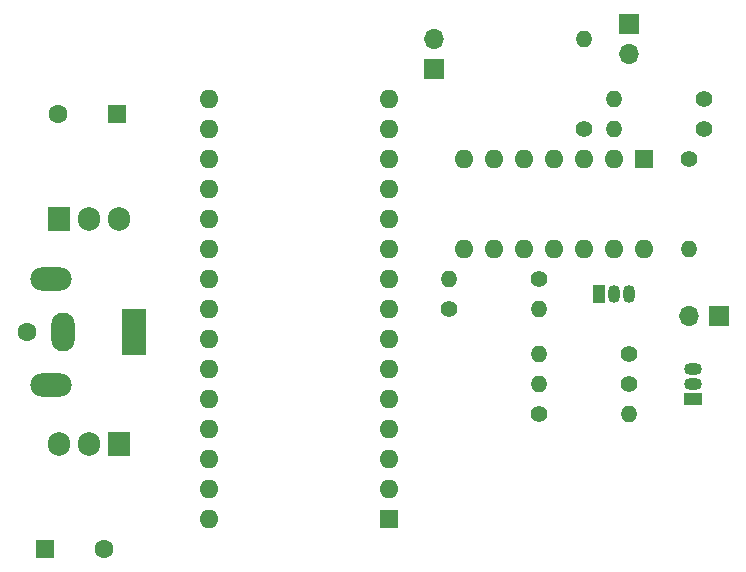
<source format=gbr>
%TF.GenerationSoftware,KiCad,Pcbnew,7.0.2*%
%TF.CreationDate,2024-03-01T12:34:03+01:00*%
%TF.ProjectId,piec_oszust,70696563-5f6f-4737-9a75-73742e6b6963,rev?*%
%TF.SameCoordinates,Original*%
%TF.FileFunction,Soldermask,Top*%
%TF.FilePolarity,Negative*%
%FSLAX46Y46*%
G04 Gerber Fmt 4.6, Leading zero omitted, Abs format (unit mm)*
G04 Created by KiCad (PCBNEW 7.0.2) date 2024-03-01 12:34:03*
%MOMM*%
%LPD*%
G01*
G04 APERTURE LIST*
%ADD10R,1.600000X1.600000*%
%ADD11O,1.600000X1.600000*%
%ADD12C,1.400000*%
%ADD13O,1.400000X1.400000*%
%ADD14R,1.700000X1.700000*%
%ADD15O,1.700000X1.700000*%
%ADD16R,1.905000X2.000000*%
%ADD17O,1.905000X2.000000*%
%ADD18C,1.600000*%
%ADD19R,2.000000X4.000000*%
%ADD20O,2.000000X3.300000*%
%ADD21O,3.500000X2.000000*%
%ADD22R,1.500000X1.050000*%
%ADD23O,1.500000X1.050000*%
%ADD24R,1.050000X1.500000*%
%ADD25O,1.050000X1.500000*%
G04 APERTURE END LIST*
D10*
%TO.C,A1*%
X67310000Y-91440000D03*
D11*
X67310000Y-88900000D03*
X67310000Y-86360000D03*
X67310000Y-83820000D03*
X67310000Y-81280000D03*
X67310000Y-78740000D03*
X67310000Y-76200000D03*
X67310000Y-73660000D03*
X67310000Y-71120000D03*
X67310000Y-68580000D03*
X67310000Y-66040000D03*
X67310000Y-63500000D03*
X67310000Y-60960000D03*
X67310000Y-58420000D03*
X67310000Y-55880000D03*
X52070000Y-55880000D03*
X52070000Y-58420000D03*
X52070000Y-60960000D03*
X52070000Y-63500000D03*
X52070000Y-66040000D03*
X52070000Y-68580000D03*
X52070000Y-71120000D03*
X52070000Y-73660000D03*
X52070000Y-76200000D03*
X52070000Y-78740000D03*
X52070000Y-81280000D03*
X52070000Y-83820000D03*
X52070000Y-86360000D03*
X52070000Y-88900000D03*
X52070000Y-91440000D03*
%TD*%
D12*
%TO.C,R1*%
X92710000Y-60960000D03*
D13*
X92710000Y-68580000D03*
%TD*%
D14*
%TO.C,J3*%
X71120000Y-53340000D03*
D15*
X71120000Y-50800000D03*
%TD*%
D16*
%TO.C,U2*%
X39370000Y-66040000D03*
D17*
X41910000Y-66040000D03*
X44450000Y-66040000D03*
%TD*%
D14*
%TO.C,J2*%
X95250000Y-74295000D03*
D15*
X92710000Y-74295000D03*
%TD*%
D12*
%TO.C,R7*%
X93980000Y-58420000D03*
D13*
X86360000Y-58420000D03*
%TD*%
D14*
%TO.C,J4*%
X87630000Y-49530000D03*
D15*
X87630000Y-52070000D03*
%TD*%
D12*
%TO.C,R3*%
X87630000Y-80010000D03*
D13*
X80010000Y-80010000D03*
%TD*%
D12*
%TO.C,R4*%
X80010000Y-82550000D03*
D13*
X87630000Y-82550000D03*
%TD*%
D12*
%TO.C,R9*%
X72390000Y-73660000D03*
D13*
X80010000Y-73660000D03*
%TD*%
D12*
%TO.C,R8*%
X80010000Y-71120000D03*
D13*
X72390000Y-71120000D03*
%TD*%
D10*
%TO.C,C1*%
X38237349Y-93980000D03*
D18*
X43237349Y-93980000D03*
%TD*%
D10*
%TO.C,U3*%
X88900000Y-60960000D03*
D11*
X86360000Y-60960000D03*
X83820000Y-60960000D03*
X81280000Y-60960000D03*
X78740000Y-60960000D03*
X76200000Y-60960000D03*
X73660000Y-60960000D03*
X73660000Y-68580000D03*
X76200000Y-68580000D03*
X78740000Y-68580000D03*
X81280000Y-68580000D03*
X83820000Y-68580000D03*
X86360000Y-68580000D03*
X88900000Y-68580000D03*
%TD*%
D12*
%TO.C,R2*%
X87630000Y-77470000D03*
D13*
X80010000Y-77470000D03*
%TD*%
D10*
%TO.C,C2*%
X44312651Y-57150000D03*
D18*
X39312651Y-57150000D03*
%TD*%
%TO.C,J1*%
X36720000Y-75620000D03*
D19*
X45720000Y-75620000D03*
D20*
X39720000Y-75620000D03*
D21*
X38720000Y-71120000D03*
X38720000Y-80120000D03*
%TD*%
D12*
%TO.C,R6*%
X83820000Y-58420000D03*
D13*
X83820000Y-50800000D03*
%TD*%
D16*
%TO.C,U1*%
X44450000Y-85090000D03*
D17*
X41910000Y-85090000D03*
X39370000Y-85090000D03*
%TD*%
D22*
%TO.C,Q2*%
X93070000Y-81280000D03*
D23*
X93070000Y-80010000D03*
X93070000Y-78740000D03*
%TD*%
D12*
%TO.C,R5*%
X93980000Y-55880000D03*
D13*
X86360000Y-55880000D03*
%TD*%
D24*
%TO.C,Q1*%
X85090000Y-72390000D03*
D25*
X86360000Y-72390000D03*
X87630000Y-72390000D03*
%TD*%
M02*

</source>
